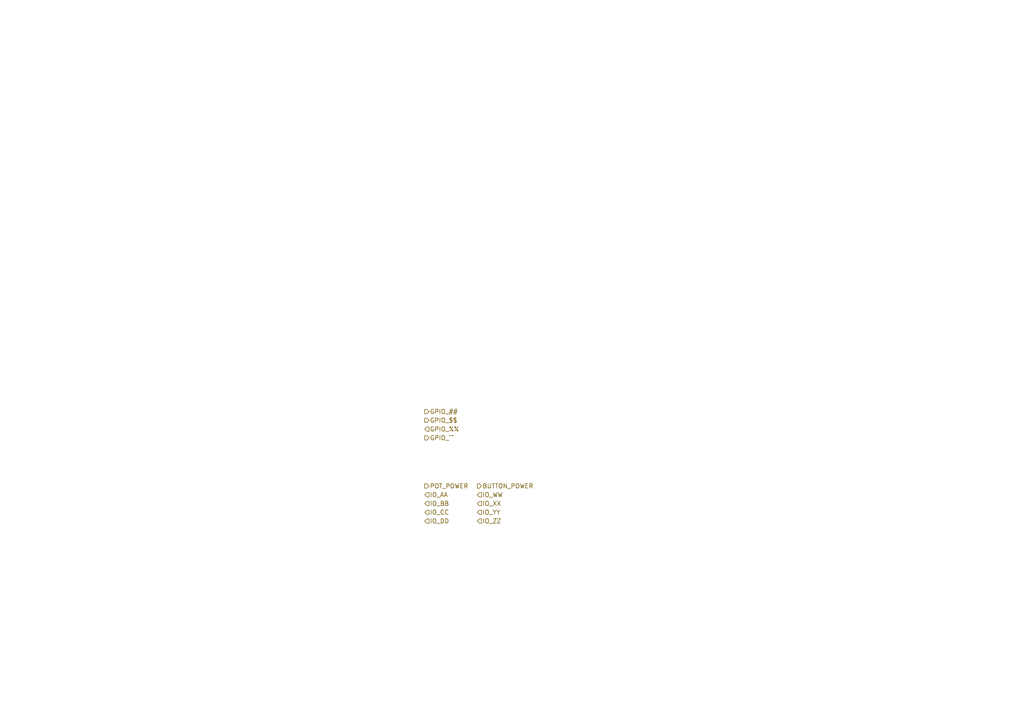
<source format=kicad_sch>
(kicad_sch
	(version 20231120)
	(generator "eeschema")
	(generator_version "8.0")
	(uuid "a05fa4e1-a2ea-41d8-b3f9-f25892eb16bb")
	(paper "A4")
	(lib_symbols)
	(hierarchical_label "IO_BB"
		(shape input)
		(at 123.19 146.05 0)
		(fields_autoplaced yes)
		(effects
			(font
				(size 1.27 1.27)
			)
			(justify left)
		)
		(uuid "0d9a649f-ddc6-4fef-afa5-4aafd9f9b7d0")
	)
	(hierarchical_label "BUTTON_POWER"
		(shape output)
		(at 138.43 140.97 0)
		(fields_autoplaced yes)
		(effects
			(font
				(size 1.27 1.27)
			)
			(justify left)
		)
		(uuid "30166e01-a8a9-405c-9f88-a65ca04495f5")
	)
	(hierarchical_label "GPIO_^^"
		(shape output)
		(at 123.19 127 0)
		(fields_autoplaced yes)
		(effects
			(font
				(size 1.27 1.27)
			)
			(justify left)
		)
		(uuid "45f32b55-6402-4154-8226-e76160006321")
	)
	(hierarchical_label "GPIO_##"
		(shape output)
		(at 123.19 119.38 0)
		(fields_autoplaced yes)
		(effects
			(font
				(size 1.27 1.27)
			)
			(justify left)
		)
		(uuid "475047a4-fa0e-4d31-9bc6-0d5035c73fb6")
	)
	(hierarchical_label "IO_CC"
		(shape input)
		(at 123.19 148.59 0)
		(fields_autoplaced yes)
		(effects
			(font
				(size 1.27 1.27)
			)
			(justify left)
		)
		(uuid "4feeae02-f147-4f7b-9b70-50a3bd99c5b4")
	)
	(hierarchical_label "POT_POWER"
		(shape output)
		(at 123.19 140.97 0)
		(fields_autoplaced yes)
		(effects
			(font
				(size 1.27 1.27)
			)
			(justify left)
		)
		(uuid "6be9df49-0a1c-4526-9b38-305e8a10f21a")
	)
	(hierarchical_label "IO_ZZ"
		(shape input)
		(at 138.43 151.13 0)
		(fields_autoplaced yes)
		(effects
			(font
				(size 1.27 1.27)
			)
			(justify left)
		)
		(uuid "915c8909-122a-47e5-9f1f-23deeeaee3b9")
	)
	(hierarchical_label "IO_WW"
		(shape input)
		(at 138.43 143.51 0)
		(fields_autoplaced yes)
		(effects
			(font
				(size 1.27 1.27)
			)
			(justify left)
		)
		(uuid "96e27781-e7c3-4be6-bf47-0693aeabc35a")
	)
	(hierarchical_label "GPIO_%%"
		(shape input)
		(at 123.19 124.46 0)
		(fields_autoplaced yes)
		(effects
			(font
				(size 1.27 1.27)
			)
			(justify left)
		)
		(uuid "9c4eb227-e754-4a6a-8f98-7e217450c7c0")
	)
	(hierarchical_label "IO_DD"
		(shape input)
		(at 123.19 151.13 0)
		(fields_autoplaced yes)
		(effects
			(font
				(size 1.27 1.27)
			)
			(justify left)
		)
		(uuid "b0784037-221e-4b56-9a88-3ffebcd38044")
	)
	(hierarchical_label "GPIO_$$"
		(shape output)
		(at 123.19 121.92 0)
		(fields_autoplaced yes)
		(effects
			(font
				(size 1.27 1.27)
			)
			(justify left)
		)
		(uuid "b5bb0c34-1c93-40a2-b72b-f91f2a9622b2")
	)
	(hierarchical_label "IO_AA"
		(shape input)
		(at 123.19 143.51 0)
		(fields_autoplaced yes)
		(effects
			(font
				(size 1.27 1.27)
			)
			(justify left)
		)
		(uuid "ba95123b-003b-4197-85bd-9f88316f5d8a")
	)
	(hierarchical_label "IO_XX"
		(shape input)
		(at 138.43 146.05 0)
		(fields_autoplaced yes)
		(effects
			(font
				(size 1.27 1.27)
			)
			(justify left)
		)
		(uuid "ebfa4042-493f-4840-a6db-91ee35366d6d")
	)
	(hierarchical_label "IO_YY"
		(shape input)
		(at 138.43 148.59 0)
		(fields_autoplaced yes)
		(effects
			(font
				(size 1.27 1.27)
			)
			(justify left)
		)
		(uuid "f677da95-abb9-4568-8be5-d0fb67c8c04a")
	)
)

</source>
